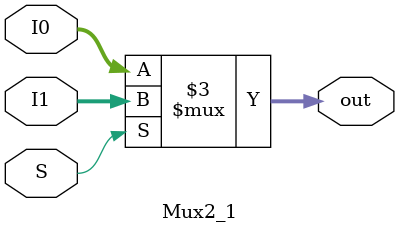
<source format=sv>
module Mux2_1(I0,I1,S,out);
  input [31:0]I0,I1;
  input S;
  output [31:0]out;
  reg [31:0]out;
  always @ (I0,I1,S)
    begin
      case(S)
        1'b0: out = I0;
        default : out = I1;
      endcase
    end
endmodule
</source>
